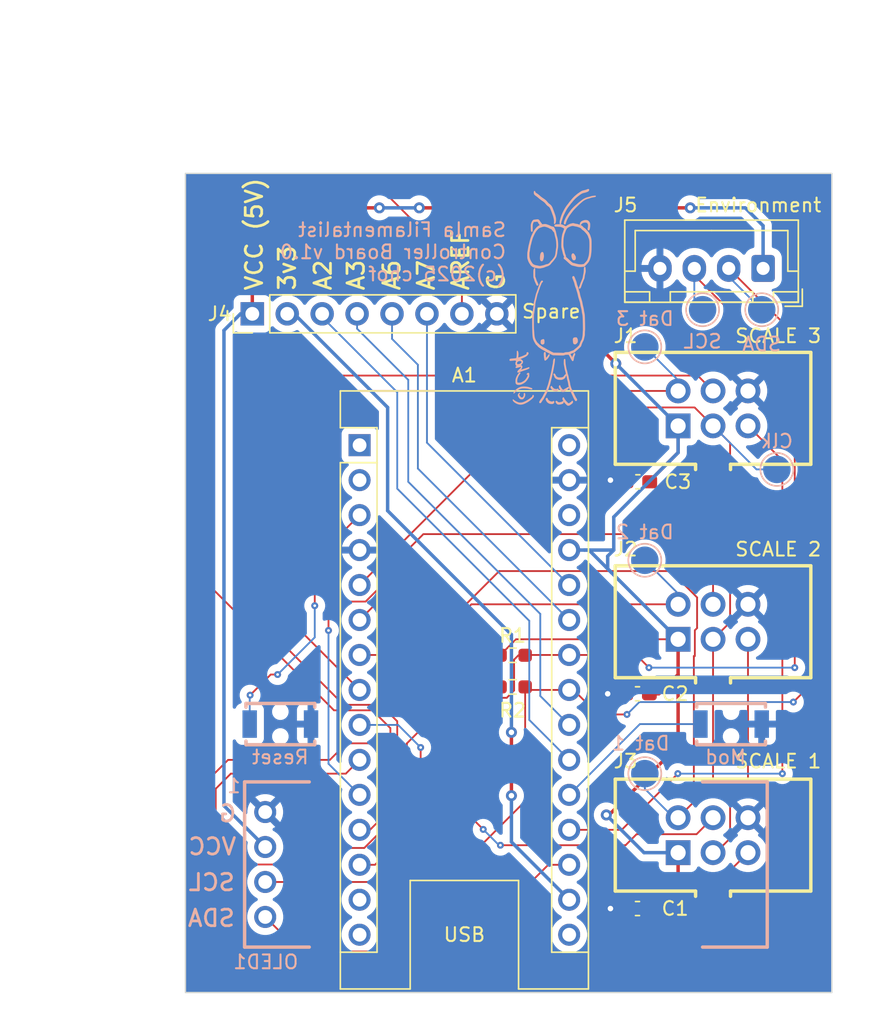
<source format=kicad_pcb>
(kicad_pcb (version 20241229) (generator "pcbnew") (generator_version "9.0")
  (title_block (company "chof.org"))
  (layers (0 "F.Cu" signal) (2 "B.Cu" signal) (13 "F.Paste" user) (15 "B.Paste" user) (5 "F.SilkS" user "F.Silkscreen") (7 "B.SilkS" user "B.Silkscreen") (1 "F.Mask" user) (3 "B.Mask" user) (25 "Edge.Cuts" user))
  (net 0 "")
  (net 1 "DAT_2")
  (net 3 "LED_3")
  (net 4 "BTN_MOD")
  (net 5 "CLK")
  (net 6 "LED_2")
  (net 8 "A6")
  (net 9 "VCC")
  (net 10 "A3")
  (net 12 "A7")
  (net 13 "~{RESET}")
  (net 14 "GND")
  (net 15 "BTN_1")
  (net 17 "A2")
  (net 18 "+3V3")
  (net 19 "BTN_2")
  (net 20 "AREF")
  (net 21 "SDA")
  (net 22 "DAT_3")
  (net 23 "BTN_3")
  (net 25 "LED_1")
  (net 26 "SCL")
  (net 29 "DAT_1")
  (footprint "Capacitor_SMD:C_0603_1608Metric_Pad1.08x0.95mm_HandSolder" (layer "F.Cu") (at 107.2675 89.1 180)
    (property "Reference" "C2" (at -2.7325 0 180) (layer "F.SilkS"))
    (property "Value" "C")
    (pad "1" smd roundrect (at -0.8625 0 180) (size 1.075 0.95) (layers "F.Cu" "F.Mask" "F.Paste") (net 9 "VCC"))
    (pad "2" smd roundrect (at 0.8625 0 180) (size 1.075 0.95) (layers "F.Cu" "F.Mask" "F.Paste") (net 14 "GND"))
  )
  (footprint "Capacitor_SMD:C_0603_1608Metric_Pad1.08x0.95mm_HandSolder" (layer "F.Cu") (at 107.2675 104.7 180)
    (property "Reference" "C1" (at -2.7325 0 180) (layer "F.SilkS"))
    (property "Value" "C")
    (pad "1" smd roundrect (at -0.8625 0 180) (size 1.075 0.95) (layers "F.Cu" "F.Mask" "F.Paste") (net 9 "VCC"))
    (pad "2" smd roundrect (at 0.8625 0 180) (size 1.075 0.95) (layers "F.Cu" "F.Mask" "F.Paste") (net 14 "GND"))
  )
  (footprint "Chof747_Connectors:HDR-TH_6P-P2.54-V-F-R2-C3-S2.54-4" (layer "F.Cu") (at 112.76 99.37)
    (property "Reference" "J3" (at -6.36 -5.37 0) (layer "F.SilkS"))
    (property "Value" "SCALE 1" (at 4.74 -5.37 0) (layer "F.SilkS"))
    (pad "1" thru_hole rect (at -2.54 1.27) (size 1.8 1.8) (drill 1.100023) (layers "*.Cu" "*.Mask") (net 9 "VCC"))
    (pad "2" thru_hole circle (at -2.54 -1.27) (size 1.8 1.8) (drill 1.100023) (layers "*.Cu" "*.Mask") (net 29 "DAT_1"))
    (pad "3" thru_hole circle (at 0 1.27) (size 1.8 1.8) (drill 1.100023) (layers "*.Cu" "*.Mask") (net 5 "CLK"))
    (pad "4" thru_hole circle (at 0 -1.27) (size 1.8 1.8) (drill 1.100023) (layers "*.Cu" "*.Mask") (net 15 "BTN_1"))
    (pad "5" thru_hole circle (at 2.54 1.27) (size 1.8 1.8) (drill 1.100023) (layers "*.Cu" "*.Mask") (net 25 "LED_1"))
    (pad "6" thru_hole circle (at 2.54 -1.27) (size 1.8 1.8) (drill 1.100023) (layers "*.Cu" "*.Mask") (net 14 "GND"))
  )
  (footprint "Connector_PinHeader_2.54mm:PinHeader_1x08_P2.54mm_Vertical" (layer "F.Cu") (at 79.26 61.5 90)
    (property "Reference" "J4" (at 0 -2.38 180) (layer "F.SilkS"))
    (property "Value" "Spare" (at 0.18 21.74 180) (layer "F.SilkS"))
    (pad "1" thru_hole rect (at 0 0 90) (size 1.7 1.7) (drill 1) (layers "*.Cu" "*.Mask") (net 9 "VCC"))
    (pad "2" thru_hole circle (at 0 2.54 90) (size 1.7 1.7) (drill 1) (layers "*.Cu" "*.Mask") (net 18 "+3V3"))
    (pad "3" thru_hole circle (at 0 5.08 90) (size 1.7 1.7) (drill 1) (layers "*.Cu" "*.Mask") (net 17 "A2"))
    (pad "4" thru_hole circle (at 0 7.62 90) (size 1.7 1.7) (drill 1) (layers "*.Cu" "*.Mask") (net 10 "A3"))
    (pad "5" thru_hole circle (at 0 10.16 90) (size 1.7 1.7) (drill 1) (layers "*.Cu" "*.Mask") (net 8 "A6"))
    (pad "6" thru_hole circle (at 0 12.7 90) (size 1.7 1.7) (drill 1) (layers "*.Cu" "*.Mask") (net 12 "A7"))
    (pad "7" thru_hole circle (at 0 15.24 90) (size 1.7 1.7) (drill 1) (layers "*.Cu" "*.Mask") (net 20 "AREF"))
    (pad "8" thru_hole circle (at 0 17.78 90) (size 1.7 1.7) (drill 1) (layers "*.Cu" "*.Mask") (net 14 "GND"))
  )
  (footprint "Connector_JST:JST_XH_B4B-XH-A_1x04_P2.50mm_Vertical" (layer "F.Cu") (at 116.4 58.2 180)
    (property "Reference" "J5" (at 10 4.6 0) (layer "F.SilkS"))
    (property "Value" "Environment" (at 0.352381 4.6 180) (layer "F.SilkS"))
    (pad "1" thru_hole roundrect (at 0 0 180) (size 1.7 1.95) (drill 0.95) (layers "*.Cu" "*.Mask") (roundrect_rratio 0.147059) (net 9 "VCC"))
    (pad "2" thru_hole oval (at 2.5 0 180) (size 1.7 1.95) (drill 0.95) (layers "*.Cu" "*.Mask") (net 21 "SDA"))
    (pad "3" thru_hole oval (at 5 0 180) (size 1.7 1.95) (drill 0.95) (layers "*.Cu" "*.Mask") (net 26 "SCL"))
    (pad "4" thru_hole oval (at 7.5 0 180) (size 1.7 1.95) (drill 0.95) (layers "*.Cu" "*.Mask") (net 14 "GND"))
  )
  (footprint "Resistor_SMD:R_0603_1608Metric_Pad0.98x0.95mm_HandSolder" (layer "F.Cu") (at 98.1875 88.6)
    (property "Reference" "R2" (at 0 1.7 0) (layer "F.SilkS"))
    (property "Value" "4k7")
    (pad "1" smd roundrect (at -0.9125 0) (size 0.975 0.95) (layers "F.Cu" "F.Mask" "F.Paste") (net 9 "VCC"))
    (pad "2" smd roundrect (at 0.9125 0) (size 0.975 0.95) (layers "F.Cu" "F.Mask" "F.Paste") (net 21 "SDA"))
  )
  (footprint "Module:Arduino_Nano" (layer "F.Cu") (at 87.06 71.04)
    (property "Reference" "A1" (at 7.62 -5.08 0) (layer "F.SilkS"))
    (property "Value" "Arduino_Nano_v3.x")
    (fp_text user "USB" (at 7.62 35.56 0) (layer "F.SilkS"))
    (pad "1" thru_hole rect (at 0 0) (size 1.6 1.6) (drill 1) (layers "*.Cu" "*.Mask"))
    (pad "2" thru_hole oval (at 0 2.54) (size 1.6 1.6) (drill 1) (layers "*.Cu" "*.Mask"))
    (pad "3" thru_hole oval (at 0 5.08) (size 1.6 1.6) (drill 1) (layers "*.Cu" "*.Mask") (net 13 "~{RESET}"))
    (pad "4" thru_hole oval (at 0 7.62) (size 1.6 1.6) (drill 1) (layers "*.Cu" "*.Mask") (net 14 "GND"))
    (pad "5" thru_hole oval (at 0 10.16) (size 1.6 1.6) (drill 1) (layers "*.Cu" "*.Mask") (net 5 "CLK"))
    (pad "6" thru_hole oval (at 0 12.7) (size 1.6 1.6) (drill 1) (layers "*.Cu" "*.Mask") (net 29 "DAT_1"))
    (pad "7" thru_hole oval (at 0 15.24) (size 1.6 1.6) (drill 1) (layers "*.Cu" "*.Mask") (net 1 "DAT_2"))
    (pad "8" thru_hole oval (at 0 17.78) (size 1.6 1.6) (drill 1) (layers "*.Cu" "*.Mask") (net 22 "DAT_3"))
    (pad "9" thru_hole oval (at 0 20.32) (size 1.6 1.6) (drill 1) (layers "*.Cu" "*.Mask") (net 15 "BTN_1"))
    (pad "10" thru_hole oval (at 0 22.86) (size 1.6 1.6) (drill 1) (layers "*.Cu" "*.Mask") (net 25 "LED_1"))
    (pad "11" thru_hole oval (at 0 25.4) (size 1.6 1.6) (drill 1) (layers "*.Cu" "*.Mask") (net 19 "BTN_2"))
    (pad "12" thru_hole oval (at 0 27.94) (size 1.6 1.6) (drill 1) (layers "*.Cu" "*.Mask") (net 6 "LED_2"))
    (pad "13" thru_hole oval (at 0 30.48) (size 1.6 1.6) (drill 1) (layers "*.Cu" "*.Mask") (net 23 "BTN_3"))
    (pad "14" thru_hole oval (at 0 33.02) (size 1.6 1.6) (drill 1) (layers "*.Cu" "*.Mask"))
    (pad "15" thru_hole oval (at 0 35.56) (size 1.6 1.6) (drill 1) (layers "*.Cu" "*.Mask"))
    (pad "16" thru_hole oval (at 15.24 35.56) (size 1.6 1.6) (drill 1) (layers "*.Cu" "*.Mask"))
    (pad "17" thru_hole oval (at 15.24 33.02) (size 1.6 1.6) (drill 1) (layers "*.Cu" "*.Mask") (net 18 "+3V3"))
    (pad "18" thru_hole oval (at 15.24 30.48) (size 1.6 1.6) (drill 1) (layers "*.Cu" "*.Mask") (net 20 "AREF"))
    (pad "19" thru_hole oval (at 15.24 27.94) (size 1.6 1.6) (drill 1) (layers "*.Cu" "*.Mask") (net 3 "LED_3"))
    (pad "20" thru_hole oval (at 15.24 25.4) (size 1.6 1.6) (drill 1) (layers "*.Cu" "*.Mask") (net 4 "BTN_MOD"))
    (pad "21" thru_hole oval (at 15.24 22.86) (size 1.6 1.6) (drill 1) (layers "*.Cu" "*.Mask") (net 17 "A2"))
    (pad "22" thru_hole oval (at 15.24 20.32) (size 1.6 1.6) (drill 1) (layers "*.Cu" "*.Mask") (net 10 "A3"))
    (pad "23" thru_hole oval (at 15.24 17.78) (size 1.6 1.6) (drill 1) (layers "*.Cu" "*.Mask") (net 21 "SDA"))
    (pad "24" thru_hole oval (at 15.24 15.24) (size 1.6 1.6) (drill 1) (layers "*.Cu" "*.Mask") (net 26 "SCL"))
    (pad "25" thru_hole oval (at 15.24 12.7) (size 1.6 1.6) (drill 1) (layers "*.Cu" "*.Mask") (net 8 "A6"))
    (pad "26" thru_hole oval (at 15.24 10.16) (size 1.6 1.6) (drill 1) (layers "*.Cu" "*.Mask") (net 12 "A7"))
    (pad "27" thru_hole oval (at 15.24 7.62) (size 1.6 1.6) (drill 1) (layers "*.Cu" "*.Mask") (net 9 "VCC"))
    (pad "28" thru_hole oval (at 15.24 5.08) (size 1.6 1.6) (drill 1) (layers "*.Cu" "*.Mask"))
    (pad "29" thru_hole oval (at 15.24 2.54) (size 1.6 1.6) (drill 1) (layers "*.Cu" "*.Mask") (net 14 "GND"))
    (pad "30" thru_hole oval (at 15.24 0) (size 1.6 1.6) (drill 1) (layers "*.Cu" "*.Mask"))
  )
  (footprint "Chof747_Connectors:HDR-TH_6P-P2.54-V-F-R2-C3-S2.54-4" (layer "F.Cu") (at 112.76 68.37)
    (property "Reference" "J1" (at -6.36 -5.27 0) (layer "F.SilkS"))
    (property "Value" "SCALE 3" (at 4.74 -5.27 0) (layer "F.SilkS"))
    (pad "1" thru_hole rect (at -2.54 1.27) (size 1.8 1.8) (drill 1.100023) (layers "*.Cu" "*.Mask") (net 9 "VCC"))
    (pad "2" thru_hole circle (at -2.54 -1.27) (size 1.8 1.8) (drill 1.100023) (layers "*.Cu" "*.Mask") (net 22 "DAT_3"))
    (pad "3" thru_hole circle (at 0 1.27) (size 1.8 1.8) (drill 1.100023) (layers "*.Cu" "*.Mask") (net 5 "CLK"))
    (pad "4" thru_hole circle (at 0 -1.27) (size 1.8 1.8) (drill 1.100023) (layers "*.Cu" "*.Mask") (net 23 "BTN_3"))
    (pad "5" thru_hole circle (at 2.54 1.27) (size 1.8 1.8) (drill 1.100023) (layers "*.Cu" "*.Mask") (net 3 "LED_3"))
    (pad "6" thru_hole circle (at 2.54 -1.27) (size 1.8 1.8) (drill 1.100023) (layers "*.Cu" "*.Mask") (net 14 "GND"))
  )
  (footprint "Chof747_Connectors:HDR-TH_6P-P2.54-V-F-R2-C3-S2.54-4" (layer "F.Cu") (at 112.76 83.87)
    (property "Reference" "J2" (at -6.36 -5.27 0) (layer "F.SilkS"))
    (property "Value" "SCALE 2" (at 4.74 -5.27 0) (layer "F.SilkS"))
    (pad "1" thru_hole rect (at -2.54 1.27) (size 1.8 1.8) (drill 1.100023) (layers "*.Cu" "*.Mask") (net 9 "VCC"))
    (pad "2" thru_hole circle (at -2.54 -1.27) (size 1.8 1.8) (drill 1.100023) (layers "*.Cu" "*.Mask") (net 1 "DAT_2"))
    (pad "3" thru_hole circle (at 0 1.27) (size 1.8 1.8) (drill 1.100023) (layers "*.Cu" "*.Mask") (net 5 "CLK"))
    (pad "4" thru_hole circle (at 0 -1.27) (size 1.8 1.8) (drill 1.100023) (layers "*.Cu" "*.Mask") (net 19 "BTN_2"))
    (pad "5" thru_hole circle (at 2.54 1.27) (size 1.8 1.8) (drill 1.100023) (layers "*.Cu" "*.Mask") (net 6 "LED_2"))
    (pad "6" thru_hole circle (at 2.54 -1.27) (size 1.8 1.8) (drill 1.100023) (layers "*.Cu" "*.Mask") (net 14 "GND"))
  )
  (footprint "Resistor_SMD:R_0603_1608Metric_Pad0.98x0.95mm_HandSolder" (layer "F.Cu") (at 98.1875 86.3)
    (property "Reference" "R1" (at 0 -1.43 0) (layer "F.SilkS"))
    (property "Value" "4k7")
    (pad "1" smd roundrect (at -0.9125 0) (size 0.975 0.95) (layers "F.Cu" "F.Mask" "F.Paste") (net 9 "VCC"))
    (pad "2" smd roundrect (at 0.9125 0) (size 0.975 0.95) (layers "F.Cu" "F.Mask" "F.Paste") (net 26 "SCL"))
  )
  (footprint "Capacitor_SMD:C_0603_1608Metric_Pad1.08x0.95mm_HandSolder" (layer "F.Cu") (at 107.2925 73.7 180)
    (property "Reference" "C3" (at -2.9075 0 180) (layer "F.SilkS"))
    (property "Value" "C")
    (pad "1" smd roundrect (at -0.8625 0 180) (size 1.075 0.95) (layers "F.Cu" "F.Mask" "F.Paste") (net 9 "VCC"))
    (pad "2" smd roundrect (at 0.8625 0 180) (size 1.075 0.95) (layers "F.Cu" "F.Mask" "F.Paste") (net 14 "GND"))
  )
  (footprint "TestPoint:TestPoint_Pad_D2.0mm" (layer "B.Cu") (at 107.8 63.9)
    (property "Reference" "TP3")
    (property "Value" "Dat 3" (at 0 -2.05 180) (layer "B.SilkS") (effects (justify mirror)))
    (pad "1" smd circle (at 0 0) (size 2 2) (layers "B.Cu" "B.Mask") (net 22 "DAT_3"))
  )
  (footprint "TestPoint:TestPoint_Pad_D2.0mm" (layer "B.Cu") (at 112 61.2)
    (property "Reference" "TP6")
    (property "Value" "SCL" (at 0 2.3 180) (layer "B.SilkS") (effects (justify mirror)))
    (pad "1" smd circle (at 0 0) (size 2 2) (layers "B.Cu" "B.Mask") (net 26 "SCL"))
  )
  (footprint "TestPoint:TestPoint_Pad_D2.0mm" (layer "B.Cu") (at 107.8 79.4)
    (property "Reference" "TP2")
    (property "Value" "Dat 2" (at 0 -2.05 180) (layer "B.SilkS") (effects (justify mirror)))
    (pad "1" smd circle (at 0 0) (size 2 2) (layers "B.Cu" "B.Mask") (net 1 "DAT_2"))
  )
  (footprint "Chof747_Footprints:OLED-TH_L38.0-W12.0_HS91L02W2C01" (layer "B.Cu") (at 80.2 101.5)
    (property "Reference" "OLED1" (at 0.04 7.08 0) (layer "B.SilkS") (effects (justify mirror)))
    (property "Value" "OLED")
    (fp_text user "1" (at -1.7 -5.7 180) (layer "B.SilkS") (effects (justify left mirror)))
    (pad "1" thru_hole circle (at 0 -3.81) (size 1.6 1.6) (drill 0.999998) (layers "*.Cu" "*.Mask") (net 14 "GND"))
    (pad "2" thru_hole circle (at 0 -1.27) (size 1.6 1.6) (drill 0.999998) (layers "*.Cu" "*.Mask") (net 9 "VCC"))
    (pad "3" thru_hole circle (at 0 1.27) (size 1.6 1.6) (drill 0.999998) (layers "*.Cu" "*.Mask") (net 26 "SCL"))
    (pad "4" thru_hole circle (at 0 3.81) (size 1.6 1.6) (drill 0.999998) (layers "*.Cu" "*.Mask") (net 21 "SDA"))
  )
  (footprint "Chof747_Footprints:KEY-SMD_L3.9-W3.0-LS5.0-EH" (layer "B.Cu") (at 114.07 91.3)
    (property "Reference" "SW1" (hide yes))
    (property "Value" "Mod" (at -0.4 2.4 180) (layer "B.SilkS") (effects (justify mirror)))
    (pad "" np_thru_hole circle (at 0 -0.9) (size 0.7 0.7) (drill 0.7) (layers "*.Cu" "*.Mask"))
    (pad "" np_thru_hole circle (at 0 0.9) (size 0.7 0.7) (drill 0.7) (layers "*.Cu" "*.Mask"))
    (pad "1" smd rect (at -2.23 0) (size 1.05 2) (layers "B.Cu" "B.Mask" "B.Paste") (net 4 "BTN_MOD"))
    (pad "2" smd rect (at 2.23 0) (size 1.05 2) (layers "B.Cu" "B.Mask" "B.Paste") (net 14 "GND"))
  )
  (footprint "TestPoint:TestPoint_Pad_D2.0mm" (layer "B.Cu") (at 117.4 72.8)
    (property "Reference" "TP4")
    (property "Value" "Clk" (at 0 -2.05 180) (layer "B.SilkS") (effects (justify mirror)))
    (pad "1" smd circle (at 0 0) (size 2 2) (layers "B.Cu" "B.Mask") (net 5 "CLK"))
  )
  (footprint "TestPoint:TestPoint_Pad_D2.0mm" (layer "B.Cu") (at 116.3 61.2)
    (property "Reference" "TP5")
    (property "Value" "SDA" (at 0 2.5 180) (layer "B.SilkS") (effects (justify mirror)))
    (pad "1" smd circle (at 0 0) (size 2 2) (layers "B.Cu" "B.Mask") (net 21 "SDA"))
  )
  (footprint "Chof747_Footprints:KEY-SMD_L3.9-W3.0-LS5.0-EH" (layer "B.Cu") (at 81.3 91.3)
    (property "Reference" "SW2" (hide yes))
    (property "Value" "Reset" (at 0 2.4 180) (layer "B.SilkS") (effects (justify mirror)))
    (pad "" np_thru_hole circle (at 0 -0.9) (size 0.7 0.7) (drill 0.7) (layers "*.Cu" "*.Mask"))
    (pad "" np_thru_hole circle (at 0 0.9) (size 0.7 0.7) (drill 0.7) (layers "*.Cu" "*.Mask"))
    (pad "1" smd rect (at -2.23 0) (size 1.05 2) (layers "B.Cu" "B.Mask" "B.Paste") (net 13 "~{RESET}"))
    (pad "2" smd rect (at 2.23 0) (size 1.05 2) (layers "B.Cu" "B.Mask" "B.Paste") (net 14 "GND"))
  )
  (footprint "TestPoint:TestPoint_Pad_D2.0mm" (layer "B.Cu") (at 107.8 94.9)
    (property "Reference" "TP1")
    (property "Value" "Dat 1" (at -0.3 -2.2 180) (layer "B.SilkS") (effects (justify mirror)))
    (pad "1" smd circle (at 0 0) (size 2 2) (layers "B.Cu" "B.Mask") (net 29 "DAT_1"))
  )
  (footprint "LOGO" (layer "B.Cu") (at 101.356243 60.717987 180)
    (property "Reference" "G***" (hide yes))
    (property "Value" "LOGO" (hide yes))
  )
  (gr_rect (start 74.4 51.3) (end 121.4 110.8) (stroke (width 0.1)) (fill no) (layer "Edge.Cuts"))
  (gr_text "G" (at 97.7 59.9 90) (layer "F.SilkS") (effects (font (size 1.2 1.2) (thickness 0.2) (bold yes)) (justify left bottom)))
  (gr_text "3v3" (at 82.5 59.9 90) (layer "F.SilkS") (effects (font (size 1.2 1.2) (thickness 0.2) (bold yes)) (justify left bottom)))
  (gr_text "VCC (5V)" (at 80.1 59.9 90) (layer "F.SilkS") (effects (font (size 1.2 1.2) (thickness 0.2) (bold yes)) (justify left bottom)))
  (gr_text "A3" (at 87.5 59.9 90) (layer "F.SilkS") (effects (font (size 1.2 1.2) (thickness 0.2) (bold yes)) (justify left bottom)))
  (gr_text "A7" (at 92.6 59.9 90) (layer "F.SilkS") (effects (font (size 1.2 1.2) (thickness 0.2) (bold yes)) (justify left bottom)))
  (gr_text "A6" (at 90.1 59.9 90) (layer "F.SilkS") (effects (font (size 1.2 1.2) (thickness 0.2) (bold yes)) (justify left bottom)))
  (gr_text "A2" (at 85.1 59.9 90) (layer "F.SilkS") (effects (font (size 1.2 1.2) (thickness 0.2) (bold yes)) (justify left bottom)))
  (gr_text "AREF" (at 95.1 59.9 90) (layer "F.SilkS") (effects (font (size 1.2 1.2) (thickness 0.2) (bold yes)) (justify left bottom)))
  (gr_text "VCC" (at 78.2 100.9 0) (layer "B.SilkS") (effects (font (size 1.2 1.2) (thickness 0.2) (bold yes)) (justify left bottom mirror)))
  (gr_text "Samla Filamentalist\nController Board v1.0\n(c)2025 chof" (at 97.8 59.2 0) (layer "B.SilkS") (effects (font (size 1 1)) (justify left bottom mirror)))
  (gr_text "SCL" (at 78.1 103.5 0) (layer "B.SilkS") (effects (font (size 1.2 1.2) (thickness 0.2) (bold yes)) (justify left bottom mirror)))
  (gr_text "G" (at 78.2 98.5 0) (layer "B.SilkS") (effects (font (size 1.2 1.2) (thickness 0.2) (bold yes)) (justify left bottom mirror)))
  (gr_text "SDA" (at 78.1 106.1 0) (layer "B.SilkS") (effects (font (size 1.2 1.2) (thickness 0.2) (bold yes)) (justify left bottom mirror)))
  (segment (start 95.19196 82.6) (end 91.51196 86.28) (width 0.13) (layer "F.Cu") (net 1))
  (segment (start 91.51196 86.28) (end 87.06 86.28) (width 0.13) (layer "F.Cu") (net 1))
  (segment (start 110.22 82.6) (end 95.19196 82.6) (width 0.13) (layer "F.Cu") (net 1))
  (segment (start 107.8 79.4) (end 110.22 81.82) (width 0.13) (layer "B.Cu") (net 1))
  (segment (start 110.22 81.82) (end 110.22 82.6) (width 0.13) (layer "B.Cu") (net 1))
  (segment (start 102.3 98.98) (end 106.12 98.98) (width 0.13) (layer "F.Cu") (net 3))
  (segment (start 117.8 72.14) (end 117.8 94.9) (width 0.13) (layer "F.Cu") (net 3))
  (segment (start 115.3 69.64) (end 117.8 72.14) (width 0.13) (layer "F.Cu") (net 3))
  (segment (start 106.12 98.98) (end 110.2 94.9) (width 0.13) (layer "F.Cu") (net 3))
  (via (at 110.2 94.9) (size 0.5) (drill 0.2) (layers "F.Cu" "B.Cu") (net 3))
  (via (at 117.8 94.9) (size 0.5) (drill 0.2) (layers "F.Cu" "B.Cu") (net 3))
  (segment (start 110.2 94.9) (end 117.8 94.9) (width 0.13) (layer "B.Cu") (net 3))
  (segment (start 111.84 91.3) (end 107.44 91.3) (width 0.13) (layer "B.Cu") (net 4))
  (segment (start 107.44 91.3) (end 102.3 96.44) (width 0.13) (layer "B.Cu") (net 4))
  (segment (start 114 70.88) (end 112.76 69.64) (width 0.13) (layer "F.Cu") (net 5))
  (segment (start 112.76 69.64) (end 111.42 68.3) (width 0.13) (layer "F.Cu") (net 5))
  (segment (start 99.96 68.3) (end 87.06 81.2) (width 0.13) (layer "F.Cu") (net 5))
  (segment (start 112.76 95.56) (end 114 96.8) (width 0.13) (layer "F.Cu") (net 5))
  (segment (start 111.42 68.3) (end 99.96 68.3) (width 0.13) (layer "F.Cu") (net 5))
  (segment (start 114 83.9) (end 114 70.88) (width 0.13) (layer "F.Cu") (net 5))
  (segment (start 114 96.8) (end 114 99.6) (width 0.13) (layer "F.Cu") (net 5))
  (segment (start 114 99.6) (end 112.96 100.64) (width 0.13) (layer "F.Cu") (net 5))
  (segment (start 112.96 100.64) (end 112.76 100.64) (width 0.13) (layer "F.Cu") (net 5))
  (segment (start 112.76 85.14) (end 112.76 95.56) (width 0.13) (layer "F.Cu") (net 5))
  (segment (start 112.76 85.14) (end 114 83.9) (width 0.13) (layer "F.Cu") (net 5))
  (segment (start 115.92 72.8) (end 112.76 69.64) (width 0.13) (layer "B.Cu") (net 5))
  (segment (start 117.4 72.8) (end 115.92 72.8) (width 0.13) (layer "B.Cu") (net 5))
  (segment (start 110 110.2) (end 76.8 110.2) (width 0.13) (layer "F.Cu") (net 6))
  (segment (start 87.82 98.98) (end 87.06 98.98) (width 0.13) (layer "F.Cu") (net 6))
  (segment (start 88.6 98.2) (end 87.82 98.98) (width 0.13) (layer "F.Cu") (net 6))
  (segment (start 117 103.2) (end 110 110.2) (width 0.13) (layer "F.Cu") (net 6))
  (segment (start 115.3 95.5) (end 117 97.2) (width 0.13) (layer "F.Cu") (net 6))
  (segment (start 75.8 95.6) (end 77.5 93.9) (width 0.13) (layer "F.Cu") (net 6))
  (segment (start 117 97.2) (end 117 103.2) (width 0.13) (layer "F.Cu") (net 6))
  (segment (start 115.3 85.14) (end 115.3 95.5) (width 0.13) (layer "F.Cu") (net 6))
  (segment (start 77.5 93.9) (end 84.9 93.9) (width 0.13) (layer "F.Cu") (net 6))
  (segment (start 88.6 93.2) (end 88.6 98.2) (width 0.13) (layer "F.Cu") (net 6))
  (segment (start 86.1 92.7) (end 88.1 92.7) (width 0.13) (layer "F.Cu") (net 6))
  (segment (start 88.1 92.7) (end 88.6 93.2) (width 0.13) (layer "F.Cu") (net 6))
  (segment (start 84.9 93.9) (end 86.1 92.7) (width 0.13) (layer "F.Cu") (net 6))
  (segment (start 75.8 109.2) (end 75.8 95.6) (width 0.13) (layer "F.Cu") (net 6))
  (segment (start 76.8 110.2) (end 75.8 109.2) (width 0.13) (layer "F.Cu") (net 6))
  (segment (start 102.3 83.74) (end 91.3 72.74) (width 0.13) (layer "B.Cu") (net 8))
  (segment (start 89.42 63.32) (end 89.42 61.5) (width 0.13) (layer "B.Cu") (net 8))
  (segment (start 91.3 72.74) (end 91.3 65.2) (width 0.13) (layer "B.Cu") (net 8))
  (segment (start 91.3 65.2) (end 89.42 63.32) (width 0.13) (layer "B.Cu") (net 8))
  (segment (start 108.82 89.1) (end 110.22 87.7) (width 0.25) (layer "F.Cu") (net 9))
  (segment (start 110.22 85.14) (end 98.435 85.14) (width 0.13) (layer "F.Cu") (net 9))
  (segment (start 91.4 53.8) (end 102 53.8) (width 0.25) (layer "F.Cu") (net 9))
  (segment (start 79.26 61.5) (end 79.26 60) (width 0.25) (layer "F.Cu") (net 9))
  (segment (start 110.22 102.155) (end 107.675 104.7) (width 0.25) (layer "F.Cu") (net 9))
  (segment (start 103.4 55.2) (end 103.4 62.82) (width 0.25) (layer "F.Cu") (net 9))
  (segment (start 79.26 60) (end 85.46 53.8) (width 0.25) (layer "F.Cu") (net 9))
  (segment (start 108.13 89.1) (end 108.82 89.1) (width 0.25) (layer "F.Cu") (net 9))
  (segment (start 98.435 85.14) (end 97.275 86.3) (width 0.13) (layer "F.Cu") (net 9))
  (segment (start 105.2 97.9) (end 105 97.9) (width 0.25) (layer "F.Cu") (net 9))
  (segment (start 110.22 71.58) (end 108.1 73.7) (width 0.25) (layer "F.Cu") (net 9))
  (segment (start 110.22 92.88) (end 105.2 97.9) (width 0.25) (layer "F.Cu") (net 9))
  (segment (start 110.22 100.64) (end 110.22 102.155) (width 0.25) (layer "F.Cu") (net 9))
  (segment (start 103.4 62.82) (end 105.69 65.11) (width 0.25) (layer "F.Cu") (net 9))
  (segment (start 110.22 69.64) (end 110.22 71.58) (width 0.25) (layer "F.Cu") (net 9))
  (segment (start 110.22 85.14) (end 110.22 87.7) (width 0.25) (layer "F.Cu") (net 9))
  (segment (start 85.46 53.8) (end 88.5 53.8) (width 0.25) (layer "F.Cu") (net 9))
  (segment (start 110.22 87.7) (end 110.22 92.88) (width 0.25) (layer "F.Cu") (net 9))
  (segment (start 97.275 86.3) (end 97.275 88.6) (width 0.13) (layer "F.Cu") (net 9))
  (segment (start 102 53.8) (end 111.1 53.8) (width 0.25) (layer "F.Cu") (net 9))
  (segment (start 102 53.8) (end 103.4 55.2) (width 0.25) (layer "F.Cu") (net 9))
  (via (at 88.5 53.8) (size 0.8) (drill 0.4) (layers "F.Cu" "B.Cu") (net 9))
  (via (at 105 97.9) (size 0.8) (drill 0.4) (layers "F.Cu" "B.Cu") (net 9))
  (via (at 105.69 65.11) (size 0.8) (drill 0.4) (layers "F.Cu" "B.Cu") (net 9))
  (via (at 111.1 53.8) (size 0.8) (drill 0.4) (layers "F.Cu" "B.Cu") (net 9))
  (via (at 91.4 53.8) (size 0.8) (drill 0.4) (layers "F.Cu" "B.Cu") (net 9))
  (segment (start 110.22 71.58) (end 105.54 76.26) (width 0.25) (layer "B.Cu") (net 9))
  (segment (start 105.69 65.11) (end 110.22 69.64) (width 0.25) (layer "B.Cu") (net 9))
  (segment (start 91.4 53.8) (end 88.5 53.8) (width 0.25) (layer "B.Cu") (net 9))
  (segment (start 105.1 80.02) (end 105.39 80.31) (width 0.25) (layer "B.Cu") (net 9))
  (segment (start 110.22 69.64) (end 110.22 71.58) (width 0.25) (layer "B.Cu") (net 9))
  (segment (start 115.1 53.8) (end 116.4 55.1) (width 0.25) (layer "B.Cu") (net 9))
  (segment (start 77.2 97.23) (end 77.2 62.7) (width 0.25) (layer "B.Cu") (net 9))
  (segment (start 105.54 76.26) (end 105.54 78.66) (width 0.25) (layer "B.Cu") (net 9))
  (segment (start 105.39 80.31) (end 104.99 79.91) (width 0.25) (layer "B.Cu") (net 9))
  (segment (start 104.99 79.91) (end 103.74 78.66) (width 0.25) (layer "B.Cu") (net 9))
  (segment (start 103.74 78.66) (end 103.4 78.66) (width 0.25) (layer "B.Cu") (net 9))
  (segment (start 103.4 78.66) (end 105.4 78.66) (width 0.25) (layer "B.Cu") (net 9))
  (segment (start 105.54 78.66) (end 105.1 79.1) (width 0.25) (layer "B.Cu") (net 9))
  (segment (start 107.74 100.64) (end 105 97.9) (width 0.25) (layer "B.Cu") (net 9))
  (segment (start 78.4 61.5) (end 79.26 61.5) (width 0.25) (layer "B.Cu") (net 9))
  (segment (start 105.4 78.66) (end 105.47 78.73) (width 0.25) (layer "B.Cu") (net 9))
  (segment (start 110.22 100.64) (end 107.74 100.64) (width 0.25) (layer "B.Cu") (net 9))
  (segment (start 103.4 78.66) (end 102.3 78.66) (width 0.25) (layer "B.Cu") (net 9))
  (segment (start 77.2 62.7) (end 78.4 61.5) (width 0.25) (layer "B.Cu") (net 9))
  (segment (start 110.22 85.14) (end 105.39 80.31) (width 0.25) (layer "B.Cu") (net 9))
  (segment (start 111.1 53.8) (end 115.1 53.8) (width 0.25) (layer "B.Cu") (net 9))
  (segment (start 80.2 100.23) (end 77.2 97.23) (width 0.25) (layer "B.Cu") (net 9))
  (segment (start 116.4 55.1) (end 116.4 58.2) (width 0.25) (layer "B.Cu") (net 9))
  (segment (start 105.1 79.1) (end 105.1 80.02) (width 0.25) (layer "B.Cu") (net 9))
  (segment (start 86.88 62.58) (end 90.6 66.3) (width 0.13) (layer "B.Cu") (net 10))
  (segment (start 86.88 61.5) (end 86.88 62.58) (width 0.13) (layer "B.Cu") (net 10))
  (segment (start 100.2 89.26) (end 102.3 91.36) (width 0.13) (layer "B.Cu") (net 10))
  (segment (start 90.6 66.3) (end 90.6 73.7) (width 0.13) (layer "B.Cu") (net 10))
  (segment (start 90.6 73.7) (end 100.2 83.3) (width 0.13) (layer "B.Cu") (net 10))
  (segment (start 100.2 83.3) (end 100.2 89.26) (width 0.13) (layer "B.Cu") (net 10))
  (segment (start 91.96 70.86) (end 91.96 61.5) (width 0.13) (layer "B.Cu") (net 12))
  (segment (start 102.3 81.2) (end 91.96 70.86) (width 0.13) (layer "B.Cu") (net 12))
  (segment (start 79.1 89.2) (end 80.6 87.7) (width 0.13) (layer "F.Cu") (net 13))
  (segment (start 83.8 82.7) (end 83.8 79.38) (width 0.13) (layer "F.Cu") (net 13))
  (segment (start 83.8 79.38) (end 87.06 76.12) (width 0.13) (layer "F.Cu") (net 13))
  (segment (start 80.6 87.7) (end 81.1 87.7) (width 0.13) (layer "F.Cu") (net 13))
  (via (at 79.1 89.2) (size 0.5) (drill 0.2) (layers "F.Cu" "B.Cu") (net 13))
  (via (at 83.8 82.7) (size 0.5) (drill 0.2) (layers "F.Cu" "B.Cu") (net 13))
  (via (at 81.1 87.7) (size 0.5) (drill 0.2) (layers "F.Cu" "B.Cu") (net 13))
  (segment (start 83.8 85) (end 83.8 82.7) (width 0.13) (layer "B.Cu") (net 13))
  (segment (start 79.07 91.3) (end 79.07 89.23) (width 0.13) (layer "B.Cu") (net 13))
  (segment (start 81.1 87.7) (end 83.8 85) (width 0.13) (layer "B.Cu") (net 13))
  (segment (start 79.07 89.23) (end 79.1 89.2) (width 0.13) (layer "B.Cu") (net 13))
  (segment (start 106.31 73.58) (end 106.43 73.7) (width 0.25) (layer "F.Cu") (net 14))
  (segment (start 106.405 104.7) (end 105.3 104.7) (width 0.25) (layer "F.Cu") (net 14))
  (segment (start 106.405 89.1) (end 105.1 89.1) (width 0.25) (layer "F.Cu") (net 14))
  (segment (start 102.3 73.58) (end 105.3 73.58) (width 0.25) (layer "F.Cu") (net 14))
  (segment (start 105.3 73.58) (end 106.31 73.58) (width 0.25) (layer "F.Cu") (net 14))
  (via (at 105.3 104.7) (size 0.8) (drill 0.4) (layers "F.Cu" "B.Cu") (net 14))
  (via (at 105.3 73.58) (size 0.8) (drill 0.4) (layers "F.Cu" "B.Cu") (net 14))
  (via (at 105.1 89.1) (size 0.8) (drill 0.4) (layers "F.Cu" "B.Cu") (net 14))
  (segment (start 107.2 99.3) (end 111.56 99.3) (width 0.13) (layer "F.Cu") (net 15))
  (segment (start 103.4 100.1) (end 106.4 100.1) (width 0.13) (layer "F.Cu") (net 15))
  (segment (start 103.4 100.1) (end 97.3 100.1) (width 0.13) (layer "F.Cu") (net 15))
  (segment (start 106.4 100.1) (end 107.2 99.3) (width 0.13) (layer "F.Cu") (net 15))
  (segment (start 112.76 98.1) (end 111.56 99.3) (width 0.13) (layer "F.Cu") (net 15))
  (segment (start 91.5 94.4) (end 91.5 93) (width 0.13) (layer "F.Cu") (net 15))
  (segment (start 96.05 98.95) (end 91.5 94.4) (width 0.13) (layer "F.Cu") (net 15))
  (via (at 96.05 98.95) (size 0.5) (drill 0.2) (layers "F.Cu" "B.Cu") (net 15))
  (via (at 91.5 93) (size 0.5) (drill 0.2) (layers "F.Cu" "B.Cu") (net 15))
  (via (at 97.3 100.1) (size 0.5) (drill 0.2) (layers "F.Cu" "B.Cu") (net 15))
  (segment (start 89.86 91.36) (end 91.5 93) (width 0.13) (layer "B.Cu") (net 15))
  (segment (start 96.05 98.95) (end 97.2 100.1) (width 0.13) (layer "B.Cu") (net 15))
  (segment (start 87.06 91.36) (end 89.86 91.36) (width 0.13) (layer "B.Cu") (net 15))
  (segment (start 97.2 100.1) (end 97.3 100.1) (width 0.13) (layer "B.Cu") (net 15))
  (segment (start 89.8 74.2) (end 99.4 83.8) (width 0.13) (layer "B.Cu") (net 17))
  (segment (start 84.34 61.5) (end 84.34 61.74) (width 0.13) (layer "B.Cu") (net 17))
  (segment (start 84.34 61.74) (end 89.8 67.2) (width 0.13) (layer "B.Cu") (net 17))
  (segment (start 99.4 91) (end 102.3 93.9) (width 0.13) (layer "B.Cu") (net 17))
  (segment (start 99.4 83.8) (end 99.4 91) (width 0.13) (layer "B.Cu") (net 17))
  (segment (start 89.8 67.2) (end 89.8 74.2) (width 0.13) (layer "B.Cu") (net 17))
  (segment (start 98.1 91.9) (end 98.1 96.5) (width 0.25) (layer "F.Cu") (net 18))
  (via (at 98.1 96.5) (size 0.8) (drill 0.4) (layers "F.Cu" "B.Cu") (net 18))
  (via (at 98.1 91.9) (size 0.8) (drill 0.4) (layers "F.Cu" "B.Cu") (net 18))
  (segment (start 98.1 96.5) (end 98.1 99.86) (width 0.25) (layer "B.Cu") (net 18))
  (segment (start 82.3 61.5) (end 89.1 68.3) (width 0.25) (layer "B.Cu") (net 18))
  (segment (start 89.1 68.3) (end 89.1 75.8) (width 0.25) (layer "B.Cu") (net 18))
  (segment (start 89.1 75.8) (end 98.1 84.8) (width 0.25) (layer "B.Cu") (net 18))
  (segment (start 98.1 84.8) (end 98.1 91.9) (width 0.25) (layer "B.Cu") (net 18))
  (segment (start 98.1 99.86) (end 102.3 104.06) (width 0.25) (layer "B.Cu") (net 18))
  (segment (start 81.8 61.5) (end 82.3 61.5) (width 0.25) (layer "B.Cu") (net 18))
  (segment (start 99.5 77.5) (end 91.7 77.5) (width 0.13) (layer "F.Cu") (net 19))
  (segment (start 112.76 80.46) (end 109.8 77.5) (width 0.13) (layer "F.Cu") (net 19))
  (segment (start 88.4 80.8) (end 88.4 81.5) (width 0.13) (layer "F.Cu") (net 19))
  (segment (start 87.5 82.4) (end 85.748 82.4) (width 0.13) (layer "F.Cu") (net 19))
  (segment (start 88.4 81.5) (end 87.5 82.4) (width 0.13) (layer "F.Cu") (net 19))
  (segment (start 91.7 77.5) (end 88.4 80.8) (width 0.13) (layer "F.Cu") (net 19))
  (segment (start 109.8 77.5) (end 99.5 77.5) (width 0.13) (layer "F.Cu") (net 19))
  (segment (start 112.76 82.6) (end 112.76 80.46) (width 0.13) (layer "F.Cu") (net 19))
  (segment (start 85.748 82.4) (end 84.8 83.348) (width 0.13) (layer "F.Cu") (net 19))
  (segment (start 84.8 83.348) (end 84.8 84.5) (width 0.13) (layer "F.Cu") (net 19))
  (via (at 84.8 84.5) (size 0.5) (drill 0.2) (layers "F.Cu" "B.Cu") (net 19))
  (segment (start 84.8 84.5) (end 84.8 94.18) (width 0.13) (layer "B.Cu") (net 19))
  (segment (start 84.8 94.18) (end 87.06 96.44) (width 0.13) (layer "B.Cu") (net 19))
  (segment (start 77.6 102.5) (end 77.6 108) (width 0.13) (layer "F.Cu") (net 20))
  (segment (start 78.5 108.9) (end 93.4 108.9) (width 0.13) (layer "F.Cu") (net 20))
  (segment (start 88 90.3) (end 89.3 91.6) (width 0.13) (layer "F.Cu") (net 20))
  (segment (start 94.5 58.3) (end 88.8 52.6) (width 0.13) (layer "F.Cu") (net 20))
  (segment (start 89.3 98.4) (end 87.4 100.3) (width 0.13) (layer "F.Cu") (net 20))
  (segment (start 87.4 100.3) (end 83.3 100.3) (width 0.13) (layer "F.Cu") (net 20))
  (segment (start 76.6 52.6) (end 75.4 53.8) (width 0.13) (layer "F.Cu") (net 20))
  (segment (start 78.6 101.5) (end 77.6 102.5) (width 0.13) (layer "F.Cu") (net 20))
  (segment (start 94.5 61.5) (end 94.5 58.3) (width 0.13) (layer "F.Cu") (net 20))
  (segment (start 93.4 108.9) (end 100.78 101.52) (width 0.13) (layer "F.Cu") (net 20))
  (segment (start 75.4 53.8) (end 75.4 80.5) (width 0.13) (layer "F.Cu") (net 20))
  (segment (start 83.3 100.3) (end 82.1 101.5) (width 0.13) (layer "F.Cu") (net 20))
  (segment (start 75.4 80.5) (end 85.2 90.3) (width 0.13) (layer "F.Cu") (net 20))
  (segment (start 77.6 108) (end 78.5 108.9) (width 0.13) (layer "F.Cu") (net 20))
  (segment (start 89.3 91.6) (end 89.3 98.4) (width 0.13) (layer "F.Cu") (net 20))
  (segment (start 88.8 52.6) (end 76.6 52.6) (width 0.13) (layer "F.Cu") (net 20))
  (segment (start 100.78 101.52) (end 102.3 101.52) (width 0.13) (layer "F.Cu") (net 20))
  (segment (start 82.1 101.5) (end 78.6 101.5) (width 0.13) (layer "F.Cu") (net 20))
  (segment (start 85.2 90.3) (end 88 90.3) (width 0.13) (layer "F.Cu") (net 20))
  (segment (start 88.18 107.82) (end 99.1 96.9) (width 0.13) (layer "F.Cu") (net 21))
  (segment (start 102.3 88.82) (end 99.32 88.82) (width 0.13) (layer "F.Cu") (net 21))
  (segment (start 120.7 87.6) (end 118.6 89.7) (width 0.13) (layer "F.Cu") (net 21))
  (segment (start 80.2 105.31) (end 82.71 107.82) (width 0.13) (layer "F.Cu") (net 21))
  (segment (start 82.71 107.82) (end 88.18 107.82) (width 0.13) (layer "F.Cu") (net 21))
  (segment (start 102.62 88.82) (end 104.4 90.6) (width 0.13) (layer "F.Cu") (net 21))
  (segment (start 113.9 58.2) (end 120.7 65) (width 0.13) (layer "F.Cu") (net 21))
  (segment (start 102.3 88.82) (end 102.62 88.82) (width 0.13) (layer "F.Cu") (net 21))
  (segment (start 99.1 96.9) (end 99.1 88.6) (width 0.13) (layer "F.Cu") (net 21))
  (segment (start 104.4 90.6) (end 106.5 90.6) (width 0.13) (layer "F.Cu") (net 21))
  (segment (start 99.32 88.82) (end 99.1 88.6) (width 0.13) (layer "F.Cu") (net 21))
  (segment (start 120.7 65) (end 120.7 87.6) (width 0.13) (layer "F.Cu") (net 21))
  (via (at 118.6 89.7) (size 0.5) (drill 0.2) (layers "F.Cu" "B.Cu") (net 21))
  (via (at 106.5 90.6) (size 0.5) (drill 0.2) (layers "F.Cu" "B.Cu") (net 21))
  (segment (start 113.9 58.2) (end 113.9 58.8) (width 0.13) (layer "B.Cu") (net 21))
  (segment (start 113.9 58.8) (end 116.3 61.2) (width 0.13) (layer "B.Cu") (net 21))
  (segment (start 107.4 89.7) (end 118.6 89.7) (width 0.13) (layer "B.Cu") (net 21))
  (segment (start 106.5 90.6) (end 107.4 89.7) (width 0.13) (layer "B.Cu") (net 21))
  (segment (start 110.22 67.1) (end 85.9 67.1) (width 0.13) (layer "F.Cu") (net 22))
  (segment (start 82.7 70.3) (end 82.7 84.46) (width 0.13) (layer "F.Cu") (net 22))
  (segment (start 85.9 67.1) (end 82.7 70.3) (width 0.13) (layer "F.Cu") (net 22))
  (segment (start 82.7 84.46) (end 87.06 88.82) (width 0.13) (layer "F.Cu") (net 22))
  (segment (start 110.22 66.32) (end 110.22 67.1) (width 0.13) (layer "B.Cu") (net 22))
  (segment (start 107.8 63.9) (end 110.22 66.32) (width 0.13) (layer "B.Cu") (net 22))
  (segment (start 112.76 67.1) (end 111.644 65.984) (width 0.13) (layer "F.Cu") (net 23))
  (segment (start 89.8 91.1) (end 89.8 99.9) (width 0.13) (layer "F.Cu") (net 23))
  (segment (start 84.616 65.984) (end 81.3 69.3) (width 0.13) (layer "F.Cu") (net 23))
  (segment (start 111.644 65.984) (end 84.616 65.984) (width 0.13) (layer "F.Cu") (net 23))
  (segment (start 81.3 85.3) (end 85.9 89.9) (width 0.13) (layer "F.Cu") (net 23))
  (segment (start 89.8 99.9) (end 88.18 101.52) (width 0.13) (layer "F.Cu") (net 23))
  (segment (start 88.6 89.9) (end 89.8 91.1) (width 0.13) (layer "F.Cu") (net 23))
  (segment (start 85.9 89.9) (end 88.6 89.9) (width 0.13) (layer "F.Cu") (net 23))
  (segment (start 81.3 69.3) (end 81.3 85.3) (width 0.13) (layer "F.Cu") (net 23))
  (segment (start 88.18 101.52) (end 87.06 101.52) (width 0.13) (layer "F.Cu") (net 23))
  (segment (start 77.7 94.9) (end 86.06 94.9) (width 0.13) (layer "F.Cu") (net 25))
  (segment (start 106.76 109.18) (end 77.17598 109.18) (width 0.13) (layer "F.Cu") (net 25))
  (segment (start 76.6 96) (end 77.7 94.9) (width 0.13) (layer "F.Cu") (net 25))
  (segment (start 76.6 108.60402) (end 76.6 96) (width 0.13) (layer "F.Cu") (net 25))
  (segment (start 115.3 100.64) (end 106.76 109.18) (width 0.13) (layer "F.Cu") (net 25))
  (segment (start 76.60402 108.60402) (end 76.78402 108.78402) (width 0.13) (layer "F.Cu") (net 25))
  (segment (start 76.78402 108.78804) (end 76.78402 108.78402) (width 0.13) (layer "F.Cu") (net 25))
  (segment (start 76.6 108.60402) (end 76.60402 108.60402) (width 0.13) (layer "F.Cu") (net 25))
  (segment (start 86.06 94.9) (end 87.06 93.9) (width 0.13) (layer "F.Cu") (net 25))
  (segment (start 77.17598 109.18) (end 76.78402 108.78804) (width 0.13) (layer "F.Cu") (net 25))
  (segment (start 90.5 92.7) (end 93.8 89.4) (width 0.13) (layer "F.Cu") (net 26))
  (segment (start 80.2 102.77) (end 88.23 102.77) (width 0.13) (layer "F.Cu") (net 26))
  (segment (start 88.23 102.77) (end 90.5 100.5) (width 0.13) (layer "F.Cu") (net 26))
  (segment (start 90.5 100.5) (end 90.5 92.7) (width 0.13) (layer "F.Cu") (net 26))
  (segment (start 118.7 87.2) (end 118.7 66) (width 0.13) (layer "F.Cu") (net 26))
  (segment (start 98.295 86.6175) (end 98.6125 86.3) (width 0.13) (layer "F.Cu") (net 26))
  (segment (start 98.295 88.856848) (end 98.295 86.6175) (width 0.13) (layer "F.Cu") (net 26))
  (segment (start 102.3 86.28) (end 99.12 86.28) (width 0.13) (layer "F.Cu") (net 26))
  (segment (start 99.12 86.28) (end 99.1 86.3) (width 0.13) (layer "F.Cu") (net 26))
  (segment (start 97.760848 89.391) (end 98.295 88.856848) (width 0.13) (layer "F.Cu") (net 26))
  (segment (start 96.789152 89.391) (end 97.760848 89.391) (width 0.13) (layer "F.Cu") (net 26))
  (segment (start 118.7 66) (end 111.4 58.7) (width 0.13) (layer "F.Cu") (net 26))
  (segment (start 96.780152 89.4) (end 96.789152 89.391) (width 0.13) (layer "F.Cu") (net 26))
  (segment (start 111.4 58.7) (end 111.4 58.2) (width 0.13) (layer "F.Cu") (net 26))
  (segment (start 98.6125 86.3) (end 99.1 86.3) (width 0.13) (layer "F.Cu") (net 26))
  (segment (start 102.3 86.28) (end 107.18 86.28) (width 0.13) (layer "F.Cu") (net 26))
  (segment (start 93.8 89.4) (end 96.780152 89.4) (width 0.13) (layer "F.Cu") (net 26))
  (segment (start 107.18 86.28) (end 108.1 87.2) (width 0.13) (layer "F.Cu") (net 26))
  (via (at 118.7 87.2) (size 0.5) (drill 0.2) (layers "F.Cu" "B.Cu") (net 26))
  (via (at 108.1 87.2) (size 0.5) (drill 0.2) (layers "F.Cu" "B.Cu") (net 26))
  (segment (start 108.1 87.2) (end 118.7 87.2) (width 0.13) (layer "B.Cu") (net 26))
  (segment (start 111.4 58.2) (end 111.4 60.6) (width 0.13) (layer "B.Cu") (net 26))
  (segment (start 111.4 60.6) (end 112 61.2) (width 0.13) (layer "B.Cu") (net 26))
  (segment (start 111.364 86.356) (end 111.436 86.356) (width 0.13) (layer "F.Cu") (net 29))
  (segment (start 111.364 96.956) (end 111.364 86.356) (width 0.13) (layer "F.Cu") (net 29))
  (segment (start 92.18402 84.98) (end 89.00201 81.79799) (width 0.13) (layer "F.Cu") (net 29))
  (segment (start 111.436 84.489757) (end 111.6 84.325757) (width 0.13) (layer "F.Cu") (net 29))
  (segment (start 89.00201 81.79799) (end 87.06 83.74) (width 0.13) (layer "F.Cu") (net 29))
  (segment (start 110.22 98.1) (end 111.364 96.956) (width 0.13) (layer "F.Cu") (net 29))
  (segment (start 111.436 86.356) (end 111.436 84.489757) (width 0.13) (layer "F.Cu") (net 29))
  (segment (start 109.684 80.184) (end 97.21198 80.184) (width 0.13) (layer "F.Cu") (net 29))
  (segment (start 111.6 82.1) (end 109.684 80.184) (width 0.13) (layer "F.Cu") (net 29))
  (segment (start 111.6 84.325757) (end 111.6 82.1) (width 0.13) (layer "F.Cu") (net 29))
  (segment (start 97.21198 80.184) (end 92.41598 84.98) (width 0.13) (layer "F.Cu") (net 29))
  (segment (start 92.41598 84.98) (end 92.18402 84.98) (width 0.13) (layer "F.Cu") (net 29))
  (segment (start 109.9 98.1) (end 110.22 98.1) (width 0.13) (layer "B.Cu") (net 29))
  (segment (start 107.8 94.9) (end 107.8 96) (width 0.13) (layer "B.Cu") (net 29))
  (segment (start 107.8 96) (end 109.9 98.1) (width 0.13) (layer "B.Cu") (net 29))
  (zone (net 14) (net_name "GND") (layer "B.Cu") (name "Ground Pour") (connect_pads (clearance 0.508)) (min_thickness 0.25) (fill yes (thermal_gap 0.5) (thermal_bridge_width 0.5) (island_removal_mode 2) (island_area_min 10))
    (polygon (pts (xy 73.4 50.1) (xy 73.4 113) (xy 124.3 113.1) (xy 124.4 50)))
  )
)
</source>
